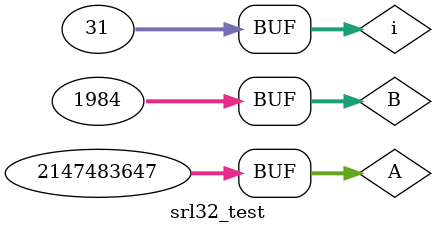
<source format=v>
`timescale 1ns / 1ps


module srl32_test;

	// Inputs
	reg [31:0] A;
	reg [31:0] B;

	// Outputs
	wire [31:0] res;

	// Instantiate the Unit Under Test (UUT)
	srl32 uut (
		.A(A), 
		.B(B), 
		.res(res)
	);
	integer i;
	initial begin
		// Initialize Inputs
		A = 0;
		B = 0;

		// Wait 100 ns for global reset to finish
		#100;
		A = 32'b01111111_11111111_11111111_11111111;
		B = 32'b00000000_00000000_00000000_00000000;
		
      for(i = 0;i<31;i = i + 1) begin
			B = B + 32'b00000000_00000000_00000000_01000000;
			#50;
		end
		
		// Add stimulus here

	end
      
endmodule


</source>
